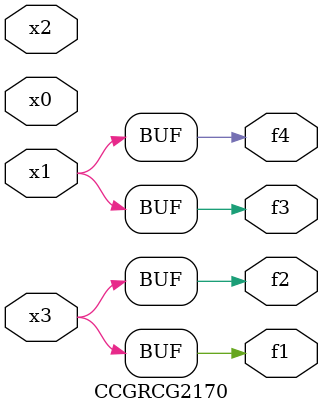
<source format=v>
module CCGRCG2170(
	input x0, x1, x2, x3,
	output f1, f2, f3, f4
);
	assign f1 = x3;
	assign f2 = x3;
	assign f3 = x1;
	assign f4 = x1;
endmodule

</source>
